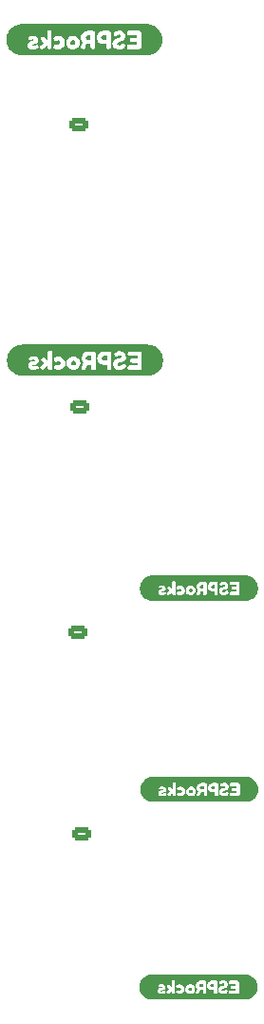
<source format=gbr>
%TF.GenerationSoftware,KiCad,Pcbnew,(6.0.1)*%
%TF.CreationDate,2022-11-29T19:46:15+01:00*%
%TF.ProjectId,ESPRocks,45535052-6f63-46b7-932e-6b696361645f,rev?*%
%TF.SameCoordinates,Original*%
%TF.FileFunction,Legend,Bot*%
%TF.FilePolarity,Positive*%
%FSLAX46Y46*%
G04 Gerber Fmt 4.6, Leading zero omitted, Abs format (unit mm)*
G04 Created by KiCad (PCBNEW (6.0.1)) date 2022-11-29 19:46:15*
%MOMM*%
%LPD*%
G01*
G04 APERTURE LIST*
G04 Aperture macros list*
%AMRoundRect*
0 Rectangle with rounded corners*
0 $1 Rounding radius*
0 $2 $3 $4 $5 $6 $7 $8 $9 X,Y pos of 4 corners*
0 Add a 4 corners polygon primitive as box body*
4,1,4,$2,$3,$4,$5,$6,$7,$8,$9,$2,$3,0*
0 Add four circle primitives for the rounded corners*
1,1,$1+$1,$2,$3*
1,1,$1+$1,$4,$5*
1,1,$1+$1,$6,$7*
1,1,$1+$1,$8,$9*
0 Add four rect primitives between the rounded corners*
20,1,$1+$1,$2,$3,$4,$5,0*
20,1,$1+$1,$4,$5,$6,$7,0*
20,1,$1+$1,$6,$7,$8,$9,0*
20,1,$1+$1,$8,$9,$2,$3,0*%
G04 Aperture macros list end*
%ADD10R,1.700000X1.700000*%
%ADD11O,1.700000X1.700000*%
%ADD12O,1.750000X1.200000*%
%ADD13RoundRect,0.250000X-0.625000X0.350000X-0.625000X-0.350000X0.625000X-0.350000X0.625000X0.350000X0*%
G04 APERTURE END LIST*
%TO.C,kibuzzard-633DF0B5*%
G36*
X88116569Y-144785556D02*
G01*
X87916544Y-144785556D01*
X87822881Y-144750631D01*
X87776844Y-144645856D01*
X87822881Y-144540287D01*
X87918131Y-144504569D01*
X88116569Y-144504569D01*
X88116569Y-144785556D01*
G37*
G36*
X90959844Y-143649745D02*
G01*
X91070093Y-143666099D01*
X91178207Y-143693180D01*
X91283147Y-143730728D01*
X91383901Y-143778381D01*
X91479498Y-143835680D01*
X91569020Y-143902074D01*
X91651602Y-143976922D01*
X91726450Y-144059504D01*
X91792844Y-144149026D01*
X91850143Y-144244623D01*
X91897796Y-144345377D01*
X91935344Y-144450317D01*
X91962425Y-144558431D01*
X91978779Y-144668680D01*
X91984248Y-144780000D01*
X91978779Y-144891320D01*
X91962425Y-145001569D01*
X91935344Y-145109683D01*
X91897796Y-145214623D01*
X91850143Y-145315377D01*
X91792844Y-145410974D01*
X91726450Y-145500496D01*
X91651602Y-145583078D01*
X91569020Y-145657926D01*
X91479498Y-145724320D01*
X91383901Y-145781619D01*
X91283147Y-145829272D01*
X91178207Y-145866820D01*
X91070093Y-145893901D01*
X90959844Y-145910255D01*
X90848524Y-145915724D01*
X82582676Y-145915724D01*
X82471356Y-145910255D01*
X82361107Y-145893901D01*
X82252993Y-145866820D01*
X82148053Y-145829272D01*
X82047299Y-145781619D01*
X81951702Y-145724320D01*
X81862180Y-145657926D01*
X81779598Y-145583078D01*
X81704750Y-145500496D01*
X81638356Y-145410974D01*
X81581057Y-145315377D01*
X81533404Y-145214623D01*
X81501437Y-145125281D01*
X83095306Y-145125281D01*
X83103045Y-145201680D01*
X83126262Y-145265775D01*
X83212781Y-145352294D01*
X83286247Y-145379634D01*
X83371178Y-145396038D01*
X83467575Y-145401506D01*
X83568381Y-145391628D01*
X83666542Y-145361995D01*
X83762056Y-145312606D01*
X83792219Y-145252281D01*
X83784851Y-145226881D01*
X83855719Y-145226881D01*
X83904931Y-145330069D01*
X84000181Y-145396744D01*
X84097019Y-145350706D01*
X84112894Y-145339594D01*
X84159328Y-145298120D01*
X84225606Y-145234025D01*
X84292678Y-145169533D01*
X84341494Y-145126869D01*
X84341494Y-145249106D01*
X84343875Y-145303875D01*
X84358956Y-145345944D01*
X84399834Y-145376900D01*
X84481194Y-145387219D01*
X84561759Y-145376503D01*
X84603431Y-145344356D01*
X84616925Y-145302288D01*
X84619306Y-145247519D01*
X84619306Y-145218944D01*
X84722494Y-145218944D01*
X84744322Y-145277284D01*
X84809806Y-145331656D01*
X84910612Y-145379281D01*
X85032056Y-145395156D01*
X85129247Y-145383338D01*
X85223967Y-145347884D01*
X85316219Y-145288794D01*
X85375353Y-145229461D01*
X85422581Y-145153063D01*
X85453537Y-145063766D01*
X85463605Y-144968119D01*
X85543231Y-144968119D01*
X85560297Y-145092539D01*
X85611494Y-145202275D01*
X85687098Y-145291175D01*
X85777387Y-145353088D01*
X85876805Y-145389402D01*
X85979794Y-145401506D01*
X86082981Y-145388608D01*
X86182994Y-145349913D01*
X86273680Y-145286016D01*
X86284809Y-145272919D01*
X86479856Y-145272919D01*
X86504462Y-145328481D01*
X86578281Y-145374519D01*
X86660037Y-145396744D01*
X86710837Y-145381663D01*
X86740206Y-145350706D01*
X86761020Y-145305374D01*
X86802295Y-145209595D01*
X86864031Y-145063369D01*
X86913244Y-145066544D01*
X87113269Y-145066544D01*
X87113269Y-145245931D01*
X87115650Y-145300700D01*
X87130731Y-145342769D01*
X87172800Y-145374916D01*
X87254556Y-145385631D01*
X87342663Y-145370947D01*
X87384731Y-145326894D01*
X87394256Y-145244344D01*
X87394256Y-144645856D01*
X87497444Y-144645856D01*
X87507763Y-144744083D01*
X87538719Y-144832388D01*
X87585947Y-144907198D01*
X87645081Y-144964944D01*
X87733981Y-145021388D01*
X87824998Y-145055255D01*
X87918131Y-145066544D01*
X88116569Y-145066544D01*
X88116569Y-145245931D01*
X88118950Y-145300700D01*
X88134031Y-145342769D01*
X88176100Y-145374916D01*
X88257856Y-145385631D01*
X88345963Y-145370947D01*
X88388031Y-145326894D01*
X88397556Y-145244344D01*
X88397556Y-145015744D01*
X88500744Y-145015744D01*
X88511063Y-145112780D01*
X88542019Y-145197513D01*
X88589644Y-145267164D01*
X88649969Y-145318956D01*
X88737634Y-145365699D01*
X88829180Y-145393745D01*
X88924606Y-145403094D01*
X88997234Y-145398530D01*
X89065894Y-145384838D01*
X89173844Y-145339594D01*
X89245281Y-145289588D01*
X89285281Y-145247519D01*
X89426256Y-145247519D01*
X89440941Y-145335625D01*
X89484994Y-145377694D01*
X89567544Y-145387219D01*
X90196194Y-145387219D01*
X90284300Y-145372138D01*
X90326369Y-145326894D01*
X90335894Y-145245931D01*
X90335894Y-144363281D01*
X90305731Y-144252950D01*
X90191431Y-144223581D01*
X89565956Y-144223581D01*
X89511188Y-144225962D01*
X89469119Y-144241044D01*
X89436972Y-144283112D01*
X89426256Y-144364869D01*
X89440941Y-144452975D01*
X89484994Y-144495044D01*
X89567544Y-144504569D01*
X90054906Y-144504569D01*
X90054906Y-144664906D01*
X89740581Y-144664906D01*
X89685813Y-144667287D01*
X89643744Y-144682369D01*
X89611597Y-144724437D01*
X89600881Y-144806194D01*
X89615963Y-144894300D01*
X89661206Y-144936369D01*
X89743756Y-144945894D01*
X90054906Y-144945894D01*
X90054906Y-145106231D01*
X89565956Y-145106231D01*
X89511188Y-145108613D01*
X89469119Y-145123694D01*
X89436972Y-145165763D01*
X89426256Y-145247519D01*
X89285281Y-145247519D01*
X89291319Y-145241169D01*
X89305606Y-145223706D01*
X89346881Y-145132425D01*
X89329816Y-145085395D01*
X89278619Y-145025269D01*
X89194481Y-144987169D01*
X89141300Y-145007013D01*
X89070656Y-145066544D01*
X89007156Y-145118138D01*
X88930956Y-145142744D01*
X88848935Y-145129338D01*
X88799723Y-145089122D01*
X88783319Y-145022094D01*
X88823800Y-144960975D01*
X88924606Y-144925256D01*
X88987313Y-144910770D01*
X89054781Y-144889538D01*
X89122250Y-144862748D01*
X89184956Y-144831594D01*
X89240320Y-144788533D01*
X89285763Y-144726025D01*
X89316123Y-144646452D01*
X89326244Y-144552194D01*
X89314690Y-144463029D01*
X89280030Y-144381802D01*
X89222263Y-144308512D01*
X89144563Y-144250745D01*
X89050107Y-144216085D01*
X88938894Y-144204531D01*
X88847811Y-144210683D01*
X88765063Y-144229137D01*
X88656319Y-144279144D01*
X88616631Y-144309306D01*
X88567419Y-144387094D01*
X88605519Y-144474406D01*
X88660288Y-144533937D01*
X88716644Y-144553781D01*
X88799194Y-144522031D01*
X88817450Y-144506156D01*
X88842056Y-144485519D01*
X88926988Y-144464881D01*
X89012713Y-144489487D01*
X89046844Y-144557750D01*
X89006363Y-144628394D01*
X88905556Y-144664906D01*
X88842453Y-144677011D01*
X88773794Y-144694275D01*
X88705134Y-144716302D01*
X88642031Y-144742694D01*
X88586667Y-144781786D01*
X88541225Y-144841913D01*
X88510864Y-144920692D01*
X88500744Y-145015744D01*
X88397556Y-145015744D01*
X88397556Y-144363281D01*
X88395175Y-144308512D01*
X88380094Y-144266444D01*
X88338025Y-144234297D01*
X88256269Y-144223581D01*
X87916544Y-144223581D01*
X87824292Y-144234870D01*
X87733805Y-144268737D01*
X87645081Y-144325181D01*
X87585947Y-144383125D01*
X87538719Y-144458531D01*
X87507763Y-144547431D01*
X87497444Y-144645856D01*
X87394256Y-144645856D01*
X87394256Y-144363281D01*
X87391875Y-144308512D01*
X87376794Y-144266444D01*
X87334725Y-144234297D01*
X87252969Y-144223581D01*
X86910069Y-144223581D01*
X86817817Y-144234870D01*
X86727330Y-144268737D01*
X86638606Y-144325181D01*
X86580662Y-144383125D01*
X86533831Y-144458531D01*
X86502875Y-144547431D01*
X86492556Y-144645856D01*
X86505785Y-144758392D01*
X86545473Y-144856817D01*
X86611619Y-144941131D01*
X86584102Y-145006219D01*
X86548119Y-145089298D01*
X86503669Y-145190369D01*
X86479856Y-145272919D01*
X86284809Y-145272919D01*
X86348887Y-145197513D01*
X86399489Y-145090158D01*
X86416356Y-144969706D01*
X86401540Y-144850115D01*
X86357090Y-144745340D01*
X86283006Y-144655381D01*
X86189873Y-144586590D01*
X86088273Y-144545315D01*
X85978206Y-144531556D01*
X85868316Y-144545226D01*
X85767245Y-144586237D01*
X85674994Y-144654587D01*
X85601792Y-144744105D01*
X85557872Y-144848615D01*
X85543231Y-144968119D01*
X85463605Y-144968119D01*
X85463856Y-144965738D01*
X85453537Y-144868106D01*
X85422581Y-144780000D01*
X85375353Y-144704792D01*
X85316219Y-144645856D01*
X85226437Y-144587648D01*
X85132774Y-144552723D01*
X85035231Y-144541081D01*
X84917756Y-144557750D01*
X84833619Y-144590294D01*
X84808219Y-144606169D01*
X84763769Y-144636331D01*
X84722494Y-144708562D01*
X84755831Y-144799844D01*
X84811791Y-144865328D01*
X84865369Y-144887156D01*
X84951094Y-144852231D01*
X85032850Y-144825244D01*
X85132069Y-144863344D01*
X85178106Y-144968913D01*
X85133656Y-145073688D01*
X85039200Y-145110994D01*
X84945537Y-145081625D01*
X84874894Y-145052256D01*
X84822109Y-145073291D01*
X84759006Y-145136394D01*
X84722494Y-145218944D01*
X84619306Y-145218944D01*
X84619306Y-144296606D01*
X84616925Y-144241837D01*
X84603431Y-144199769D01*
X84561362Y-144167622D01*
X84479606Y-144156906D01*
X84371656Y-144183894D01*
X84343081Y-144253744D01*
X84341494Y-144298194D01*
X84341494Y-144801431D01*
X84254975Y-144720469D01*
X84168456Y-144639506D01*
X84149406Y-144626806D01*
X84054156Y-144583944D01*
X83962875Y-144648237D01*
X83911281Y-144749044D01*
X83970019Y-144834769D01*
X84127181Y-144968119D01*
X83916044Y-145142744D01*
X83866037Y-145193544D01*
X83855719Y-145226881D01*
X83784851Y-145226881D01*
X83777137Y-145200291D01*
X83731894Y-145126869D01*
X83675537Y-145099881D01*
X83569969Y-145138775D01*
X83449319Y-145177669D01*
X83376691Y-145168144D01*
X83352481Y-145139569D01*
X83379072Y-145113375D01*
X83458844Y-145095119D01*
X83558459Y-145069322D01*
X83657281Y-145020506D01*
X83733481Y-144930813D01*
X83756103Y-144863939D01*
X83763644Y-144785556D01*
X83749864Y-144695259D01*
X83708526Y-144625028D01*
X83639628Y-144574863D01*
X83543172Y-144544764D01*
X83419156Y-144534731D01*
X83304856Y-144548225D01*
X83187381Y-144588706D01*
X83131819Y-144652206D01*
X83166744Y-144745869D01*
X83238181Y-144801431D01*
X83308825Y-144777619D01*
X83420744Y-144753806D01*
X83514406Y-144788731D01*
X83487419Y-144828022D01*
X83406456Y-144850644D01*
X83303269Y-144871281D01*
X83203256Y-144910969D01*
X83126262Y-144987963D01*
X83103045Y-145049677D01*
X83095306Y-145125281D01*
X81501437Y-145125281D01*
X81495856Y-145109683D01*
X81468775Y-145001569D01*
X81452421Y-144891320D01*
X81446952Y-144780000D01*
X81452421Y-144668680D01*
X81468775Y-144558431D01*
X81495856Y-144450317D01*
X81533404Y-144345377D01*
X81581057Y-144244623D01*
X81638356Y-144149026D01*
X81704750Y-144059504D01*
X81779598Y-143976922D01*
X81862180Y-143902074D01*
X81951702Y-143835680D01*
X82047299Y-143778381D01*
X82148053Y-143730728D01*
X82252993Y-143693180D01*
X82361107Y-143666099D01*
X82471356Y-143649745D01*
X82582676Y-143644276D01*
X90848524Y-143644276D01*
X90959844Y-143649745D01*
G37*
G36*
X86086156Y-144850644D02*
G01*
X86123066Y-144899658D01*
X86135369Y-144967325D01*
X86122669Y-145034794D01*
X86084569Y-145083213D01*
X85981381Y-145122106D01*
X85876606Y-145082419D01*
X85837316Y-145033206D01*
X85824219Y-144964944D01*
X85836522Y-144897078D01*
X85873431Y-144849056D01*
X85979794Y-144810956D01*
X86086156Y-144850644D01*
G37*
G36*
X87113269Y-144785556D02*
G01*
X86910069Y-144785556D01*
X86817994Y-144750631D01*
X86771956Y-144645856D01*
X86817994Y-144540287D01*
X86913244Y-144504569D01*
X87113269Y-144504569D01*
X87113269Y-144785556D01*
G37*
%TO.C,kibuzzard-633DF18E*%
G36*
X82323592Y-87597908D02*
G01*
X82458034Y-87617850D01*
X82589875Y-87650875D01*
X82717843Y-87696663D01*
X82840708Y-87754773D01*
X82957285Y-87824647D01*
X83066452Y-87905610D01*
X83167157Y-87996884D01*
X83258431Y-88097590D01*
X83339395Y-88206757D01*
X83409268Y-88323334D01*
X83467379Y-88446198D01*
X83513167Y-88574167D01*
X83546191Y-88706007D01*
X83566134Y-88840450D01*
X83572803Y-88976200D01*
X83566134Y-89111950D01*
X83546191Y-89246393D01*
X83513167Y-89378233D01*
X83467379Y-89506202D01*
X83409268Y-89629066D01*
X83339395Y-89745643D01*
X83258431Y-89854810D01*
X83167157Y-89955516D01*
X83066452Y-90046790D01*
X82957285Y-90127753D01*
X82840708Y-90197627D01*
X82717843Y-90255737D01*
X82589875Y-90301525D01*
X82458034Y-90334550D01*
X82323592Y-90354492D01*
X82187842Y-90361161D01*
X71025759Y-90361161D01*
X70890009Y-90354492D01*
X70755566Y-90334550D01*
X70623726Y-90301525D01*
X70495757Y-90255738D01*
X70372892Y-90197627D01*
X70256315Y-90127753D01*
X70147148Y-90046790D01*
X70046443Y-89955516D01*
X69955169Y-89854810D01*
X69874205Y-89745643D01*
X69804332Y-89629066D01*
X69746221Y-89506202D01*
X69729544Y-89459594D01*
X71538389Y-89459594D01*
X71549224Y-89566552D01*
X71581728Y-89656285D01*
X71702854Y-89777411D01*
X71805706Y-89815688D01*
X71924610Y-89838653D01*
X72059565Y-89846309D01*
X72200694Y-89832480D01*
X72338118Y-89790993D01*
X72471839Y-89721849D01*
X72514066Y-89637394D01*
X72503751Y-89601834D01*
X72602966Y-89601834D01*
X72671864Y-89746296D01*
X72805214Y-89839641D01*
X72940786Y-89775189D01*
X72963011Y-89759631D01*
X73028019Y-89701568D01*
X73120809Y-89611835D01*
X73214709Y-89521546D01*
X73283051Y-89461816D01*
X73283051Y-89632949D01*
X73286385Y-89709625D01*
X73307499Y-89768521D01*
X73364728Y-89811860D01*
X73478631Y-89826306D01*
X73591423Y-89811304D01*
X73649764Y-89766299D01*
X73668655Y-89707403D01*
X73671989Y-89630726D01*
X73671989Y-89590721D01*
X73816451Y-89590721D01*
X73847011Y-89672398D01*
X73938689Y-89748519D01*
X74079818Y-89815194D01*
X74249839Y-89837419D01*
X74385905Y-89820873D01*
X74518514Y-89771238D01*
X74647666Y-89688511D01*
X74730454Y-89605445D01*
X74796574Y-89498488D01*
X74839913Y-89373472D01*
X74854008Y-89239566D01*
X74965484Y-89239566D01*
X74989376Y-89413755D01*
X75061051Y-89567385D01*
X75166898Y-89691845D01*
X75293303Y-89778523D01*
X75432487Y-89829362D01*
X75576671Y-89846309D01*
X75721134Y-89828251D01*
X75861151Y-89774078D01*
X75988112Y-89684622D01*
X76003694Y-89666286D01*
X76276759Y-89666286D01*
X76311208Y-89744074D01*
X76414554Y-89808526D01*
X76529013Y-89839641D01*
X76600133Y-89818528D01*
X76641249Y-89775189D01*
X76670388Y-89711724D01*
X76728173Y-89577633D01*
X76814604Y-89372916D01*
X76883501Y-89377361D01*
X77163536Y-89377361D01*
X77163536Y-89628504D01*
X77166870Y-89705180D01*
X77187984Y-89764076D01*
X77246880Y-89809082D01*
X77361339Y-89824084D01*
X77484688Y-89803526D01*
X77543584Y-89741851D01*
X77556919Y-89626281D01*
X77556919Y-88788399D01*
X77701381Y-88788399D01*
X77715828Y-88925916D01*
X77759166Y-89049543D01*
X77825286Y-89154278D01*
X77908074Y-89235121D01*
X78032534Y-89314143D01*
X78159957Y-89361557D01*
X78290344Y-89377361D01*
X78568156Y-89377361D01*
X78568156Y-89628504D01*
X78571490Y-89705180D01*
X78592604Y-89764076D01*
X78651500Y-89809082D01*
X78765959Y-89824084D01*
X78889308Y-89803526D01*
X78948204Y-89741851D01*
X78961539Y-89626281D01*
X78961539Y-89306241D01*
X79106001Y-89306241D01*
X79120448Y-89442092D01*
X79163786Y-89560718D01*
X79230461Y-89658230D01*
X79314916Y-89730739D01*
X79437648Y-89796179D01*
X79565812Y-89835443D01*
X79699409Y-89848531D01*
X79801088Y-89842142D01*
X79897211Y-89822973D01*
X80048341Y-89759631D01*
X80148354Y-89689623D01*
X80204353Y-89630726D01*
X80401719Y-89630726D01*
X80422277Y-89754075D01*
X80483951Y-89812971D01*
X80599521Y-89826306D01*
X81479631Y-89826306D01*
X81602980Y-89805193D01*
X81661876Y-89741851D01*
X81675211Y-89628504D01*
X81675211Y-88392794D01*
X81632984Y-88238330D01*
X81472964Y-88197214D01*
X80597299Y-88197214D01*
X80520623Y-88200547D01*
X80461726Y-88221661D01*
X80416721Y-88280557D01*
X80401719Y-88395016D01*
X80422277Y-88518365D01*
X80483951Y-88577261D01*
X80599521Y-88590596D01*
X81281829Y-88590596D01*
X81281829Y-88815069D01*
X80841774Y-88815069D01*
X80765098Y-88818402D01*
X80706201Y-88839516D01*
X80661196Y-88898412D01*
X80646194Y-89012871D01*
X80667308Y-89136220D01*
X80730649Y-89195116D01*
X80846219Y-89208451D01*
X81281829Y-89208451D01*
X81281829Y-89432924D01*
X80597299Y-89432924D01*
X80520623Y-89436258D01*
X80461726Y-89457371D01*
X80416721Y-89516268D01*
X80401719Y-89630726D01*
X80204353Y-89630726D01*
X80212806Y-89621836D01*
X80232809Y-89597389D01*
X80290594Y-89469595D01*
X80266702Y-89403753D01*
X80195026Y-89319576D01*
X80077234Y-89266236D01*
X80002780Y-89294018D01*
X79903879Y-89377361D01*
X79814979Y-89449593D01*
X79708299Y-89484041D01*
X79593470Y-89465273D01*
X79524572Y-89408970D01*
X79501606Y-89315131D01*
X79558280Y-89229565D01*
X79699409Y-89179559D01*
X79787198Y-89159278D01*
X79881654Y-89129553D01*
X79976110Y-89092048D01*
X80063899Y-89048431D01*
X80141409Y-88988146D01*
X80205028Y-88900635D01*
X80247533Y-88789232D01*
X80261701Y-88657271D01*
X80245526Y-88532441D01*
X80197002Y-88418723D01*
X80116128Y-88316117D01*
X80007349Y-88235243D01*
X79875110Y-88186719D01*
X79719411Y-88170544D01*
X79591895Y-88179156D01*
X79476048Y-88204992D01*
X79323806Y-88275001D01*
X79268244Y-88317229D01*
X79199346Y-88426131D01*
X79252686Y-88548369D01*
X79329363Y-88631712D01*
X79408261Y-88659494D01*
X79523831Y-88615044D01*
X79549390Y-88592819D01*
X79583839Y-88563926D01*
X79702743Y-88535034D01*
X79822758Y-88569482D01*
X79870541Y-88665050D01*
X79813868Y-88763951D01*
X79672739Y-88815069D01*
X79584394Y-88832015D01*
X79488271Y-88856185D01*
X79392148Y-88887022D01*
X79303804Y-88923971D01*
X79226294Y-88978700D01*
X79162675Y-89062878D01*
X79120170Y-89173169D01*
X79106001Y-89306241D01*
X78961539Y-89306241D01*
X78961539Y-88392794D01*
X78958205Y-88316117D01*
X78937091Y-88257221D01*
X78878195Y-88212216D01*
X78763736Y-88197214D01*
X78288121Y-88197214D01*
X78158969Y-88213018D01*
X78032287Y-88260432D01*
X77908074Y-88339454D01*
X77825286Y-88420575D01*
X77759166Y-88526144D01*
X77715828Y-88650604D01*
X77701381Y-88788399D01*
X77556919Y-88788399D01*
X77556919Y-88392794D01*
X77553585Y-88316117D01*
X77532471Y-88257221D01*
X77473575Y-88212216D01*
X77359116Y-88197214D01*
X76879056Y-88197214D01*
X76749904Y-88213018D01*
X76623222Y-88260432D01*
X76499009Y-88339454D01*
X76417888Y-88420575D01*
X76352324Y-88526144D01*
X76308985Y-88650604D01*
X76294539Y-88788399D01*
X76313060Y-88945949D01*
X76368622Y-89083744D01*
X76461226Y-89201784D01*
X76422703Y-89292906D01*
X76372326Y-89409217D01*
X76310096Y-89550716D01*
X76276759Y-89666286D01*
X76003694Y-89666286D01*
X76093403Y-89560718D01*
X76164245Y-89410421D01*
X76187859Y-89241789D01*
X76167116Y-89074360D01*
X76104886Y-88927675D01*
X76001169Y-88801734D01*
X75870782Y-88705425D01*
X75728542Y-88647640D01*
X75574449Y-88628379D01*
X75420602Y-88647517D01*
X75279103Y-88704932D01*
X75149951Y-88800622D01*
X75047469Y-88925947D01*
X74985980Y-89072261D01*
X74965484Y-89239566D01*
X74854008Y-89239566D01*
X74854359Y-89236233D01*
X74839913Y-89099549D01*
X74796574Y-88976200D01*
X74730454Y-88870909D01*
X74647666Y-88788399D01*
X74521972Y-88706907D01*
X74390844Y-88658012D01*
X74254284Y-88641714D01*
X74089819Y-88665050D01*
X73972026Y-88710611D01*
X73936466Y-88732836D01*
X73874236Y-88775064D01*
X73816451Y-88876187D01*
X73863124Y-89003981D01*
X73941467Y-89095659D01*
X74016476Y-89126219D01*
X74136491Y-89077324D01*
X74250950Y-89039541D01*
X74389856Y-89092881D01*
X74454309Y-89240678D01*
X74392079Y-89387363D01*
X74259840Y-89439591D01*
X74128713Y-89398475D01*
X74029811Y-89357359D01*
X73955913Y-89386807D01*
X73867569Y-89475151D01*
X73816451Y-89590721D01*
X73671989Y-89590721D01*
X73671989Y-88299449D01*
X73668655Y-88222772D01*
X73649764Y-88163876D01*
X73590868Y-88118871D01*
X73476409Y-88103869D01*
X73325279Y-88141651D01*
X73285274Y-88239441D01*
X73283051Y-88301671D01*
X73283051Y-89006204D01*
X73161925Y-88892856D01*
X73040799Y-88779509D01*
X73014129Y-88761729D01*
X72880779Y-88701721D01*
X72752985Y-88791732D01*
X72680754Y-88932861D01*
X72762986Y-89052876D01*
X72983014Y-89239566D01*
X72687421Y-89484041D01*
X72617413Y-89555161D01*
X72602966Y-89601834D01*
X72503751Y-89601834D01*
X72492953Y-89564607D01*
X72429611Y-89461816D01*
X72350713Y-89424034D01*
X72202916Y-89478485D01*
X72034006Y-89532936D01*
X71932327Y-89519601D01*
X71898434Y-89479596D01*
X71935661Y-89442925D01*
X72047341Y-89417366D01*
X72186803Y-89381251D01*
X72325154Y-89312909D01*
X72431834Y-89187338D01*
X72463504Y-89093715D01*
X72474061Y-88983979D01*
X72454770Y-88857563D01*
X72396896Y-88759240D01*
X72300440Y-88689009D01*
X72165401Y-88646870D01*
X71991779Y-88632824D01*
X71831759Y-88651715D01*
X71667294Y-88708389D01*
X71589506Y-88797289D01*
X71638401Y-88928416D01*
X71738414Y-89006204D01*
X71837315Y-88972866D01*
X71994001Y-88939529D01*
X72125129Y-88988424D01*
X72087346Y-89043431D01*
X71973999Y-89075101D01*
X71829536Y-89103994D01*
X71689519Y-89159556D01*
X71581728Y-89267348D01*
X71549224Y-89353747D01*
X71538389Y-89459594D01*
X69729544Y-89459594D01*
X69700433Y-89378233D01*
X69667409Y-89246393D01*
X69647466Y-89111950D01*
X69640797Y-88976200D01*
X69647466Y-88840450D01*
X69667409Y-88706007D01*
X69700433Y-88574167D01*
X69746221Y-88446198D01*
X69804332Y-88323334D01*
X69874205Y-88206757D01*
X69955169Y-88097590D01*
X70046443Y-87996884D01*
X70147148Y-87905610D01*
X70256315Y-87824647D01*
X70372892Y-87754773D01*
X70495757Y-87696662D01*
X70623726Y-87650875D01*
X70755566Y-87617850D01*
X70890009Y-87597908D01*
X71025759Y-87591239D01*
X82187842Y-87591239D01*
X82323592Y-87597908D01*
G37*
G36*
X75725579Y-89075101D02*
G01*
X75777252Y-89143721D01*
X75794476Y-89238455D01*
X75776696Y-89332911D01*
X75723356Y-89400698D01*
X75578894Y-89455149D01*
X75432209Y-89399586D01*
X75377202Y-89330689D01*
X75358866Y-89235121D01*
X75376091Y-89140109D01*
X75427764Y-89072879D01*
X75576671Y-89019539D01*
X75725579Y-89075101D01*
G37*
G36*
X77163536Y-88983979D02*
G01*
X76879056Y-88983979D01*
X76750151Y-88935084D01*
X76685699Y-88788399D01*
X76750151Y-88640602D01*
X76883501Y-88590596D01*
X77163536Y-88590596D01*
X77163536Y-88983979D01*
G37*
G36*
X78568156Y-88983979D02*
G01*
X78288121Y-88983979D01*
X78156994Y-88935084D01*
X78092541Y-88788399D01*
X78156994Y-88640602D01*
X78290344Y-88590596D01*
X78568156Y-88590596D01*
X78568156Y-88983979D01*
G37*
%TO.C,kibuzzard-633DF0B5*%
G36*
X88193169Y-127183356D02*
G01*
X87993144Y-127183356D01*
X87899481Y-127148431D01*
X87853444Y-127043656D01*
X87899481Y-126938087D01*
X87994731Y-126902369D01*
X88193169Y-126902369D01*
X88193169Y-127183356D01*
G37*
G36*
X91036444Y-126047545D02*
G01*
X91146693Y-126063899D01*
X91254807Y-126090980D01*
X91359747Y-126128528D01*
X91460501Y-126176181D01*
X91556098Y-126233480D01*
X91645620Y-126299874D01*
X91728202Y-126374722D01*
X91803050Y-126457304D01*
X91869444Y-126546826D01*
X91926743Y-126642423D01*
X91974396Y-126743177D01*
X92011944Y-126848117D01*
X92039025Y-126956231D01*
X92055379Y-127066480D01*
X92060848Y-127177800D01*
X92055379Y-127289120D01*
X92039025Y-127399369D01*
X92011944Y-127507483D01*
X91974396Y-127612423D01*
X91926743Y-127713177D01*
X91869444Y-127808774D01*
X91803050Y-127898296D01*
X91728202Y-127980878D01*
X91645620Y-128055726D01*
X91556098Y-128122120D01*
X91460501Y-128179419D01*
X91359747Y-128227072D01*
X91254807Y-128264620D01*
X91146693Y-128291701D01*
X91036444Y-128308055D01*
X90925124Y-128313524D01*
X82659276Y-128313524D01*
X82547956Y-128308055D01*
X82437707Y-128291701D01*
X82329593Y-128264620D01*
X82224653Y-128227072D01*
X82123899Y-128179419D01*
X82028302Y-128122120D01*
X81938780Y-128055726D01*
X81856198Y-127980878D01*
X81781350Y-127898296D01*
X81714956Y-127808774D01*
X81657657Y-127713177D01*
X81610004Y-127612423D01*
X81578037Y-127523081D01*
X83171906Y-127523081D01*
X83179645Y-127599480D01*
X83202862Y-127663575D01*
X83289381Y-127750094D01*
X83362847Y-127777434D01*
X83447778Y-127793838D01*
X83544175Y-127799306D01*
X83644981Y-127789428D01*
X83743142Y-127759795D01*
X83838656Y-127710406D01*
X83868819Y-127650081D01*
X83861451Y-127624681D01*
X83932319Y-127624681D01*
X83981531Y-127727869D01*
X84076781Y-127794544D01*
X84173619Y-127748506D01*
X84189494Y-127737394D01*
X84235928Y-127695920D01*
X84302206Y-127631825D01*
X84369278Y-127567333D01*
X84418094Y-127524669D01*
X84418094Y-127646906D01*
X84420475Y-127701675D01*
X84435556Y-127743744D01*
X84476434Y-127774700D01*
X84557794Y-127785019D01*
X84638359Y-127774303D01*
X84680031Y-127742156D01*
X84693525Y-127700088D01*
X84695906Y-127645319D01*
X84695906Y-127616744D01*
X84799094Y-127616744D01*
X84820922Y-127675084D01*
X84886406Y-127729456D01*
X84987212Y-127777081D01*
X85108656Y-127792956D01*
X85205847Y-127781138D01*
X85300567Y-127745684D01*
X85392819Y-127686594D01*
X85451953Y-127627261D01*
X85499181Y-127550863D01*
X85530137Y-127461566D01*
X85540205Y-127365919D01*
X85619831Y-127365919D01*
X85636897Y-127490339D01*
X85688094Y-127600075D01*
X85763698Y-127688975D01*
X85853987Y-127750888D01*
X85953405Y-127787202D01*
X86056394Y-127799306D01*
X86159581Y-127786408D01*
X86259594Y-127747713D01*
X86350280Y-127683816D01*
X86361409Y-127670719D01*
X86556456Y-127670719D01*
X86581062Y-127726281D01*
X86654881Y-127772319D01*
X86736637Y-127794544D01*
X86787437Y-127779463D01*
X86816806Y-127748506D01*
X86837620Y-127703174D01*
X86878895Y-127607395D01*
X86940631Y-127461169D01*
X86989844Y-127464344D01*
X87189869Y-127464344D01*
X87189869Y-127643731D01*
X87192250Y-127698500D01*
X87207331Y-127740569D01*
X87249400Y-127772716D01*
X87331156Y-127783431D01*
X87419263Y-127768747D01*
X87461331Y-127724694D01*
X87470856Y-127642144D01*
X87470856Y-127043656D01*
X87574044Y-127043656D01*
X87584363Y-127141883D01*
X87615319Y-127230188D01*
X87662547Y-127304998D01*
X87721681Y-127362744D01*
X87810581Y-127419188D01*
X87901598Y-127453055D01*
X87994731Y-127464344D01*
X88193169Y-127464344D01*
X88193169Y-127643731D01*
X88195550Y-127698500D01*
X88210631Y-127740569D01*
X88252700Y-127772716D01*
X88334456Y-127783431D01*
X88422563Y-127768747D01*
X88464631Y-127724694D01*
X88474156Y-127642144D01*
X88474156Y-127413544D01*
X88577344Y-127413544D01*
X88587663Y-127510580D01*
X88618619Y-127595313D01*
X88666244Y-127664964D01*
X88726569Y-127716756D01*
X88814234Y-127763499D01*
X88905780Y-127791545D01*
X89001206Y-127800894D01*
X89073834Y-127796330D01*
X89142494Y-127782638D01*
X89250444Y-127737394D01*
X89321881Y-127687388D01*
X89361881Y-127645319D01*
X89502856Y-127645319D01*
X89517541Y-127733425D01*
X89561594Y-127775494D01*
X89644144Y-127785019D01*
X90272794Y-127785019D01*
X90360900Y-127769938D01*
X90402969Y-127724694D01*
X90412494Y-127643731D01*
X90412494Y-126761081D01*
X90382331Y-126650750D01*
X90268031Y-126621381D01*
X89642556Y-126621381D01*
X89587788Y-126623762D01*
X89545719Y-126638844D01*
X89513572Y-126680912D01*
X89502856Y-126762669D01*
X89517541Y-126850775D01*
X89561594Y-126892844D01*
X89644144Y-126902369D01*
X90131506Y-126902369D01*
X90131506Y-127062706D01*
X89817181Y-127062706D01*
X89762413Y-127065087D01*
X89720344Y-127080169D01*
X89688197Y-127122237D01*
X89677481Y-127203994D01*
X89692563Y-127292100D01*
X89737806Y-127334169D01*
X89820356Y-127343694D01*
X90131506Y-127343694D01*
X90131506Y-127504031D01*
X89642556Y-127504031D01*
X89587788Y-127506413D01*
X89545719Y-127521494D01*
X89513572Y-127563563D01*
X89502856Y-127645319D01*
X89361881Y-127645319D01*
X89367919Y-127638969D01*
X89382206Y-127621506D01*
X89423481Y-127530225D01*
X89406416Y-127483195D01*
X89355219Y-127423069D01*
X89271081Y-127384969D01*
X89217900Y-127404813D01*
X89147256Y-127464344D01*
X89083756Y-127515938D01*
X89007556Y-127540544D01*
X88925535Y-127527138D01*
X88876323Y-127486922D01*
X88859919Y-127419894D01*
X88900400Y-127358775D01*
X89001206Y-127323056D01*
X89063913Y-127308570D01*
X89131381Y-127287338D01*
X89198850Y-127260548D01*
X89261556Y-127229394D01*
X89316920Y-127186333D01*
X89362363Y-127123825D01*
X89392723Y-127044252D01*
X89402844Y-126949994D01*
X89391290Y-126860829D01*
X89356630Y-126779602D01*
X89298863Y-126706312D01*
X89221163Y-126648545D01*
X89126707Y-126613885D01*
X89015494Y-126602331D01*
X88924411Y-126608483D01*
X88841663Y-126626937D01*
X88732919Y-126676944D01*
X88693231Y-126707106D01*
X88644019Y-126784894D01*
X88682119Y-126872206D01*
X88736888Y-126931737D01*
X88793244Y-126951581D01*
X88875794Y-126919831D01*
X88894050Y-126903956D01*
X88918656Y-126883319D01*
X89003588Y-126862681D01*
X89089313Y-126887287D01*
X89123444Y-126955550D01*
X89082963Y-127026194D01*
X88982156Y-127062706D01*
X88919053Y-127074811D01*
X88850394Y-127092075D01*
X88781734Y-127114102D01*
X88718631Y-127140494D01*
X88663267Y-127179586D01*
X88617825Y-127239713D01*
X88587464Y-127318492D01*
X88577344Y-127413544D01*
X88474156Y-127413544D01*
X88474156Y-126761081D01*
X88471775Y-126706312D01*
X88456694Y-126664244D01*
X88414625Y-126632097D01*
X88332869Y-126621381D01*
X87993144Y-126621381D01*
X87900892Y-126632670D01*
X87810405Y-126666537D01*
X87721681Y-126722981D01*
X87662547Y-126780925D01*
X87615319Y-126856331D01*
X87584363Y-126945231D01*
X87574044Y-127043656D01*
X87470856Y-127043656D01*
X87470856Y-126761081D01*
X87468475Y-126706312D01*
X87453394Y-126664244D01*
X87411325Y-126632097D01*
X87329569Y-126621381D01*
X86986669Y-126621381D01*
X86894417Y-126632670D01*
X86803930Y-126666537D01*
X86715206Y-126722981D01*
X86657262Y-126780925D01*
X86610431Y-126856331D01*
X86579475Y-126945231D01*
X86569156Y-127043656D01*
X86582385Y-127156192D01*
X86622073Y-127254617D01*
X86688219Y-127338931D01*
X86660702Y-127404019D01*
X86624719Y-127487098D01*
X86580269Y-127588169D01*
X86556456Y-127670719D01*
X86361409Y-127670719D01*
X86425487Y-127595313D01*
X86476089Y-127487958D01*
X86492956Y-127367506D01*
X86478140Y-127247915D01*
X86433690Y-127143140D01*
X86359606Y-127053181D01*
X86266473Y-126984390D01*
X86164873Y-126943115D01*
X86054806Y-126929356D01*
X85944916Y-126943026D01*
X85843845Y-126984037D01*
X85751594Y-127052387D01*
X85678392Y-127141905D01*
X85634472Y-127246415D01*
X85619831Y-127365919D01*
X85540205Y-127365919D01*
X85540456Y-127363538D01*
X85530137Y-127265906D01*
X85499181Y-127177800D01*
X85451953Y-127102592D01*
X85392819Y-127043656D01*
X85303037Y-126985448D01*
X85209374Y-126950523D01*
X85111831Y-126938881D01*
X84994356Y-126955550D01*
X84910219Y-126988094D01*
X84884819Y-127003969D01*
X84840369Y-127034131D01*
X84799094Y-127106362D01*
X84832431Y-127197644D01*
X84888391Y-127263128D01*
X84941969Y-127284956D01*
X85027694Y-127250031D01*
X85109450Y-127223044D01*
X85208669Y-127261144D01*
X85254706Y-127366713D01*
X85210256Y-127471488D01*
X85115800Y-127508794D01*
X85022137Y-127479425D01*
X84951494Y-127450056D01*
X84898709Y-127471091D01*
X84835606Y-127534194D01*
X84799094Y-127616744D01*
X84695906Y-127616744D01*
X84695906Y-126694406D01*
X84693525Y-126639637D01*
X84680031Y-126597569D01*
X84637962Y-126565422D01*
X84556206Y-126554706D01*
X84448256Y-126581694D01*
X84419681Y-126651544D01*
X84418094Y-126695994D01*
X84418094Y-127199231D01*
X84331575Y-127118269D01*
X84245056Y-127037306D01*
X84226006Y-127024606D01*
X84130756Y-126981744D01*
X84039475Y-127046037D01*
X83987881Y-127146844D01*
X84046619Y-127232569D01*
X84203781Y-127365919D01*
X83992644Y-127540544D01*
X83942637Y-127591344D01*
X83932319Y-127624681D01*
X83861451Y-127624681D01*
X83853737Y-127598091D01*
X83808494Y-127524669D01*
X83752137Y-127497681D01*
X83646569Y-127536575D01*
X83525919Y-127575469D01*
X83453291Y-127565944D01*
X83429081Y-127537369D01*
X83455672Y-127511175D01*
X83535444Y-127492919D01*
X83635059Y-127467122D01*
X83733881Y-127418306D01*
X83810081Y-127328613D01*
X83832703Y-127261739D01*
X83840244Y-127183356D01*
X83826464Y-127093059D01*
X83785126Y-127022828D01*
X83716228Y-126972663D01*
X83619772Y-126942564D01*
X83495756Y-126932531D01*
X83381456Y-126946025D01*
X83263981Y-126986506D01*
X83208419Y-127050006D01*
X83243344Y-127143669D01*
X83314781Y-127199231D01*
X83385425Y-127175419D01*
X83497344Y-127151606D01*
X83591006Y-127186531D01*
X83564019Y-127225822D01*
X83483056Y-127248444D01*
X83379869Y-127269081D01*
X83279856Y-127308769D01*
X83202862Y-127385763D01*
X83179645Y-127447477D01*
X83171906Y-127523081D01*
X81578037Y-127523081D01*
X81572456Y-127507483D01*
X81545375Y-127399369D01*
X81529021Y-127289120D01*
X81523552Y-127177800D01*
X81529021Y-127066480D01*
X81545375Y-126956231D01*
X81572456Y-126848117D01*
X81610004Y-126743177D01*
X81657657Y-126642423D01*
X81714956Y-126546826D01*
X81781350Y-126457304D01*
X81856198Y-126374722D01*
X81938780Y-126299874D01*
X82028302Y-126233480D01*
X82123899Y-126176181D01*
X82224653Y-126128528D01*
X82329593Y-126090980D01*
X82437707Y-126063899D01*
X82547956Y-126047545D01*
X82659276Y-126042076D01*
X90925124Y-126042076D01*
X91036444Y-126047545D01*
G37*
G36*
X86162756Y-127248444D02*
G01*
X86199666Y-127297458D01*
X86211969Y-127365125D01*
X86199269Y-127432594D01*
X86161169Y-127481013D01*
X86057981Y-127519906D01*
X85953206Y-127480219D01*
X85913916Y-127431006D01*
X85900819Y-127362744D01*
X85913122Y-127294878D01*
X85950031Y-127246856D01*
X86056394Y-127208756D01*
X86162756Y-127248444D01*
G37*
G36*
X87189869Y-127183356D02*
G01*
X86986669Y-127183356D01*
X86894594Y-127148431D01*
X86848556Y-127043656D01*
X86894594Y-126938087D01*
X86989844Y-126902369D01*
X87189869Y-126902369D01*
X87189869Y-127183356D01*
G37*
%TO.C,kibuzzard-633DF18E*%
G36*
X77112736Y-60434379D02*
G01*
X76828256Y-60434379D01*
X76699351Y-60385484D01*
X76634899Y-60238799D01*
X76699351Y-60091002D01*
X76832701Y-60040996D01*
X77112736Y-60040996D01*
X77112736Y-60434379D01*
G37*
G36*
X78517356Y-60434379D02*
G01*
X78237321Y-60434379D01*
X78106194Y-60385484D01*
X78041741Y-60238799D01*
X78106194Y-60091002D01*
X78239544Y-60040996D01*
X78517356Y-60040996D01*
X78517356Y-60434379D01*
G37*
G36*
X75674779Y-60525501D02*
G01*
X75726452Y-60594121D01*
X75743676Y-60688855D01*
X75725896Y-60783311D01*
X75672556Y-60851098D01*
X75528094Y-60905549D01*
X75381409Y-60849986D01*
X75326402Y-60781089D01*
X75308066Y-60685521D01*
X75325291Y-60590509D01*
X75376964Y-60523279D01*
X75525871Y-60469939D01*
X75674779Y-60525501D01*
G37*
G36*
X82272792Y-59048308D02*
G01*
X82407234Y-59068250D01*
X82539075Y-59101275D01*
X82667043Y-59147063D01*
X82789908Y-59205173D01*
X82906485Y-59275047D01*
X83015652Y-59356010D01*
X83116357Y-59447284D01*
X83207631Y-59547990D01*
X83288595Y-59657157D01*
X83358468Y-59773734D01*
X83416579Y-59896598D01*
X83462367Y-60024567D01*
X83495391Y-60156407D01*
X83515334Y-60290850D01*
X83522003Y-60426600D01*
X83515334Y-60562350D01*
X83495391Y-60696793D01*
X83462367Y-60828633D01*
X83416579Y-60956602D01*
X83358468Y-61079466D01*
X83288595Y-61196043D01*
X83207631Y-61305210D01*
X83116357Y-61405916D01*
X83015652Y-61497190D01*
X82906485Y-61578153D01*
X82789908Y-61648027D01*
X82667043Y-61706137D01*
X82539075Y-61751925D01*
X82407234Y-61784950D01*
X82272792Y-61804892D01*
X82137042Y-61811561D01*
X70974959Y-61811561D01*
X70839209Y-61804892D01*
X70704766Y-61784950D01*
X70572926Y-61751925D01*
X70444957Y-61706138D01*
X70322092Y-61648027D01*
X70205515Y-61578153D01*
X70096348Y-61497190D01*
X69995643Y-61405916D01*
X69904369Y-61305210D01*
X69823405Y-61196043D01*
X69753532Y-61079466D01*
X69695421Y-60956602D01*
X69678744Y-60909994D01*
X71487589Y-60909994D01*
X71498424Y-61016952D01*
X71530928Y-61106685D01*
X71652054Y-61227811D01*
X71754906Y-61266088D01*
X71873810Y-61289053D01*
X72008765Y-61296709D01*
X72149894Y-61282880D01*
X72287318Y-61241393D01*
X72421039Y-61172249D01*
X72463266Y-61087794D01*
X72452951Y-61052234D01*
X72552166Y-61052234D01*
X72621064Y-61196696D01*
X72754414Y-61290041D01*
X72889986Y-61225589D01*
X72912211Y-61210031D01*
X72977219Y-61151968D01*
X73070009Y-61062235D01*
X73163909Y-60971946D01*
X73232251Y-60912216D01*
X73232251Y-61083349D01*
X73235585Y-61160025D01*
X73256699Y-61218921D01*
X73313928Y-61262260D01*
X73427831Y-61276706D01*
X73540623Y-61261704D01*
X73598964Y-61216699D01*
X73617855Y-61157803D01*
X73621189Y-61081126D01*
X73621189Y-61041121D01*
X73765651Y-61041121D01*
X73796211Y-61122798D01*
X73887889Y-61198919D01*
X74029018Y-61265594D01*
X74199039Y-61287819D01*
X74335105Y-61271273D01*
X74467714Y-61221638D01*
X74596866Y-61138911D01*
X74679654Y-61055845D01*
X74745774Y-60948888D01*
X74789113Y-60823872D01*
X74803208Y-60689966D01*
X74914684Y-60689966D01*
X74938576Y-60864155D01*
X75010251Y-61017785D01*
X75116098Y-61142245D01*
X75242503Y-61228923D01*
X75381687Y-61279762D01*
X75525871Y-61296709D01*
X75670334Y-61278651D01*
X75810351Y-61224478D01*
X75937312Y-61135022D01*
X75952894Y-61116686D01*
X76225959Y-61116686D01*
X76260408Y-61194474D01*
X76363754Y-61258926D01*
X76478213Y-61290041D01*
X76549333Y-61268928D01*
X76590449Y-61225589D01*
X76619588Y-61162124D01*
X76677373Y-61028033D01*
X76763804Y-60823316D01*
X76832701Y-60827761D01*
X77112736Y-60827761D01*
X77112736Y-61078904D01*
X77116070Y-61155580D01*
X77137184Y-61214476D01*
X77196080Y-61259482D01*
X77310539Y-61274484D01*
X77433888Y-61253926D01*
X77492784Y-61192251D01*
X77506119Y-61076681D01*
X77506119Y-60238799D01*
X77650581Y-60238799D01*
X77665028Y-60376316D01*
X77708366Y-60499943D01*
X77774486Y-60604678D01*
X77857274Y-60685521D01*
X77981734Y-60764543D01*
X78109157Y-60811957D01*
X78239544Y-60827761D01*
X78517356Y-60827761D01*
X78517356Y-61078904D01*
X78520690Y-61155580D01*
X78541804Y-61214476D01*
X78600700Y-61259482D01*
X78715159Y-61274484D01*
X78838508Y-61253926D01*
X78897404Y-61192251D01*
X78910739Y-61076681D01*
X78910739Y-60756641D01*
X79055201Y-60756641D01*
X79069648Y-60892492D01*
X79112986Y-61011118D01*
X79179661Y-61108630D01*
X79264116Y-61181139D01*
X79386848Y-61246579D01*
X79515012Y-61285843D01*
X79648609Y-61298931D01*
X79750288Y-61292542D01*
X79846411Y-61273373D01*
X79997541Y-61210031D01*
X80097554Y-61140023D01*
X80153553Y-61081126D01*
X80350919Y-61081126D01*
X80371477Y-61204475D01*
X80433151Y-61263371D01*
X80548721Y-61276706D01*
X81428831Y-61276706D01*
X81552180Y-61255593D01*
X81611076Y-61192251D01*
X81624411Y-61078904D01*
X81624411Y-59843194D01*
X81582184Y-59688730D01*
X81422164Y-59647614D01*
X80546499Y-59647614D01*
X80469823Y-59650947D01*
X80410926Y-59672061D01*
X80365921Y-59730957D01*
X80350919Y-59845416D01*
X80371477Y-59968765D01*
X80433151Y-60027661D01*
X80548721Y-60040996D01*
X81231029Y-60040996D01*
X81231029Y-60265469D01*
X80790974Y-60265469D01*
X80714298Y-60268802D01*
X80655401Y-60289916D01*
X80610396Y-60348812D01*
X80595394Y-60463271D01*
X80616508Y-60586620D01*
X80679849Y-60645516D01*
X80795419Y-60658851D01*
X81231029Y-60658851D01*
X81231029Y-60883324D01*
X80546499Y-60883324D01*
X80469823Y-60886658D01*
X80410926Y-60907771D01*
X80365921Y-60966668D01*
X80350919Y-61081126D01*
X80153553Y-61081126D01*
X80162006Y-61072236D01*
X80182009Y-61047789D01*
X80239794Y-60919995D01*
X80215902Y-60854153D01*
X80144226Y-60769976D01*
X80026434Y-60716636D01*
X79951980Y-60744418D01*
X79853079Y-60827761D01*
X79764179Y-60899993D01*
X79657499Y-60934441D01*
X79542670Y-60915673D01*
X79473772Y-60859370D01*
X79450806Y-60765531D01*
X79507480Y-60679965D01*
X79648609Y-60629959D01*
X79736398Y-60609678D01*
X79830854Y-60579953D01*
X79925310Y-60542448D01*
X80013099Y-60498831D01*
X80090609Y-60438546D01*
X80154228Y-60351035D01*
X80196733Y-60239632D01*
X80210901Y-60107671D01*
X80194726Y-59982841D01*
X80146202Y-59869123D01*
X80065328Y-59766517D01*
X79956549Y-59685643D01*
X79824310Y-59637119D01*
X79668611Y-59620944D01*
X79541095Y-59629556D01*
X79425248Y-59655392D01*
X79273006Y-59725401D01*
X79217444Y-59767629D01*
X79148546Y-59876531D01*
X79201886Y-59998769D01*
X79278563Y-60082112D01*
X79357461Y-60109894D01*
X79473031Y-60065444D01*
X79498590Y-60043219D01*
X79533039Y-60014326D01*
X79651943Y-59985434D01*
X79771958Y-60019882D01*
X79819741Y-60115450D01*
X79763068Y-60214351D01*
X79621939Y-60265469D01*
X79533594Y-60282415D01*
X79437471Y-60306585D01*
X79341348Y-60337422D01*
X79253004Y-60374371D01*
X79175494Y-60429100D01*
X79111875Y-60513278D01*
X79069370Y-60623569D01*
X79055201Y-60756641D01*
X78910739Y-60756641D01*
X78910739Y-59843194D01*
X78907405Y-59766517D01*
X78886291Y-59707621D01*
X78827395Y-59662616D01*
X78712936Y-59647614D01*
X78237321Y-59647614D01*
X78108169Y-59663418D01*
X77981487Y-59710832D01*
X77857274Y-59789854D01*
X77774486Y-59870975D01*
X77708366Y-59976544D01*
X77665028Y-60101004D01*
X77650581Y-60238799D01*
X77506119Y-60238799D01*
X77506119Y-59843194D01*
X77502785Y-59766517D01*
X77481671Y-59707621D01*
X77422775Y-59662616D01*
X77308316Y-59647614D01*
X76828256Y-59647614D01*
X76699104Y-59663418D01*
X76572422Y-59710832D01*
X76448209Y-59789854D01*
X76367088Y-59870975D01*
X76301524Y-59976544D01*
X76258185Y-60101004D01*
X76243739Y-60238799D01*
X76262260Y-60396349D01*
X76317822Y-60534144D01*
X76410426Y-60652184D01*
X76371903Y-60743306D01*
X76321526Y-60859617D01*
X76259296Y-61001116D01*
X76225959Y-61116686D01*
X75952894Y-61116686D01*
X76042603Y-61011118D01*
X76113445Y-60860821D01*
X76137059Y-60692189D01*
X76116316Y-60524760D01*
X76054086Y-60378075D01*
X75950369Y-60252134D01*
X75819982Y-60155825D01*
X75677742Y-60098040D01*
X75523649Y-60078779D01*
X75369802Y-60097917D01*
X75228303Y-60155332D01*
X75099151Y-60251022D01*
X74996669Y-60376347D01*
X74935180Y-60522661D01*
X74914684Y-60689966D01*
X74803208Y-60689966D01*
X74803559Y-60686633D01*
X74789113Y-60549949D01*
X74745774Y-60426600D01*
X74679654Y-60321309D01*
X74596866Y-60238799D01*
X74471172Y-60157307D01*
X74340044Y-60108412D01*
X74203484Y-60092114D01*
X74039019Y-60115450D01*
X73921226Y-60161011D01*
X73885666Y-60183236D01*
X73823436Y-60225464D01*
X73765651Y-60326587D01*
X73812324Y-60454381D01*
X73890667Y-60546059D01*
X73965676Y-60576619D01*
X74085691Y-60527724D01*
X74200150Y-60489941D01*
X74339056Y-60543281D01*
X74403509Y-60691078D01*
X74341279Y-60837763D01*
X74209040Y-60889991D01*
X74077913Y-60848875D01*
X73979011Y-60807759D01*
X73905113Y-60837207D01*
X73816769Y-60925551D01*
X73765651Y-61041121D01*
X73621189Y-61041121D01*
X73621189Y-59749849D01*
X73617855Y-59673172D01*
X73598964Y-59614276D01*
X73540068Y-59569271D01*
X73425609Y-59554269D01*
X73274479Y-59592051D01*
X73234474Y-59689841D01*
X73232251Y-59752071D01*
X73232251Y-60456604D01*
X73111125Y-60343256D01*
X72989999Y-60229909D01*
X72963329Y-60212129D01*
X72829979Y-60152121D01*
X72702185Y-60242132D01*
X72629954Y-60383261D01*
X72712186Y-60503276D01*
X72932214Y-60689966D01*
X72636621Y-60934441D01*
X72566613Y-61005561D01*
X72552166Y-61052234D01*
X72452951Y-61052234D01*
X72442153Y-61015007D01*
X72378811Y-60912216D01*
X72299913Y-60874434D01*
X72152116Y-60928885D01*
X71983206Y-60983336D01*
X71881527Y-60970001D01*
X71847634Y-60929996D01*
X71884861Y-60893325D01*
X71996541Y-60867766D01*
X72136003Y-60831651D01*
X72274354Y-60763309D01*
X72381034Y-60637738D01*
X72412704Y-60544115D01*
X72423261Y-60434379D01*
X72403970Y-60307963D01*
X72346096Y-60209640D01*
X72249640Y-60139409D01*
X72114601Y-60097270D01*
X71940979Y-60083224D01*
X71780959Y-60102115D01*
X71616494Y-60158789D01*
X71538706Y-60247689D01*
X71587601Y-60378816D01*
X71687614Y-60456604D01*
X71786515Y-60423266D01*
X71943201Y-60389929D01*
X72074329Y-60438824D01*
X72036546Y-60493831D01*
X71923199Y-60525501D01*
X71778736Y-60554394D01*
X71638719Y-60609956D01*
X71530928Y-60717748D01*
X71498424Y-60804147D01*
X71487589Y-60909994D01*
X69678744Y-60909994D01*
X69649633Y-60828633D01*
X69616609Y-60696793D01*
X69596666Y-60562350D01*
X69589997Y-60426600D01*
X69596666Y-60290850D01*
X69616609Y-60156407D01*
X69649633Y-60024567D01*
X69695421Y-59896598D01*
X69753532Y-59773734D01*
X69823405Y-59657157D01*
X69904369Y-59547990D01*
X69995643Y-59447284D01*
X70096348Y-59356010D01*
X70205515Y-59275047D01*
X70322092Y-59205173D01*
X70444957Y-59147062D01*
X70572926Y-59101275D01*
X70704766Y-59068250D01*
X70839209Y-59048308D01*
X70974959Y-59041639D01*
X82137042Y-59041639D01*
X82272792Y-59048308D01*
G37*
%TO.C,kibuzzard-633DF0B5*%
G36*
X88167769Y-109276356D02*
G01*
X87967744Y-109276356D01*
X87874081Y-109241431D01*
X87828044Y-109136656D01*
X87874081Y-109031087D01*
X87969331Y-108995369D01*
X88167769Y-108995369D01*
X88167769Y-109276356D01*
G37*
G36*
X91011044Y-108140545D02*
G01*
X91121293Y-108156899D01*
X91229407Y-108183980D01*
X91334347Y-108221528D01*
X91435101Y-108269181D01*
X91530698Y-108326480D01*
X91620220Y-108392874D01*
X91702802Y-108467722D01*
X91777650Y-108550304D01*
X91844044Y-108639826D01*
X91901343Y-108735423D01*
X91948996Y-108836177D01*
X91986544Y-108941117D01*
X92013625Y-109049231D01*
X92029979Y-109159480D01*
X92035448Y-109270800D01*
X92029979Y-109382120D01*
X92013625Y-109492369D01*
X91986544Y-109600483D01*
X91948996Y-109705423D01*
X91901343Y-109806177D01*
X91844044Y-109901774D01*
X91777650Y-109991296D01*
X91702802Y-110073878D01*
X91620220Y-110148726D01*
X91530698Y-110215120D01*
X91435101Y-110272419D01*
X91334347Y-110320072D01*
X91229407Y-110357620D01*
X91121293Y-110384701D01*
X91011044Y-110401055D01*
X90899724Y-110406524D01*
X82633876Y-110406524D01*
X82522556Y-110401055D01*
X82412307Y-110384701D01*
X82304193Y-110357620D01*
X82199253Y-110320072D01*
X82098499Y-110272419D01*
X82002902Y-110215120D01*
X81913380Y-110148726D01*
X81830798Y-110073878D01*
X81755950Y-109991296D01*
X81689556Y-109901774D01*
X81632257Y-109806177D01*
X81584604Y-109705423D01*
X81552637Y-109616081D01*
X83146506Y-109616081D01*
X83154245Y-109692480D01*
X83177462Y-109756575D01*
X83263981Y-109843094D01*
X83337447Y-109870434D01*
X83422378Y-109886838D01*
X83518775Y-109892306D01*
X83619581Y-109882428D01*
X83717742Y-109852795D01*
X83813256Y-109803406D01*
X83843419Y-109743081D01*
X83836051Y-109717681D01*
X83906919Y-109717681D01*
X83956131Y-109820869D01*
X84051381Y-109887544D01*
X84148219Y-109841506D01*
X84164094Y-109830394D01*
X84210528Y-109788920D01*
X84276806Y-109724825D01*
X84343878Y-109660333D01*
X84392694Y-109617669D01*
X84392694Y-109739906D01*
X84395075Y-109794675D01*
X84410156Y-109836744D01*
X84451034Y-109867700D01*
X84532394Y-109878019D01*
X84612959Y-109867303D01*
X84654631Y-109835156D01*
X84668125Y-109793088D01*
X84670506Y-109738319D01*
X84670506Y-109709744D01*
X84773694Y-109709744D01*
X84795522Y-109768084D01*
X84861006Y-109822456D01*
X84961812Y-109870081D01*
X85083256Y-109885956D01*
X85180447Y-109874138D01*
X85275167Y-109838684D01*
X85367419Y-109779594D01*
X85426553Y-109720261D01*
X85473781Y-109643863D01*
X85504737Y-109554566D01*
X85514805Y-109458919D01*
X85594431Y-109458919D01*
X85611497Y-109583339D01*
X85662694Y-109693075D01*
X85738298Y-109781975D01*
X85828587Y-109843888D01*
X85928005Y-109880202D01*
X86030994Y-109892306D01*
X86134181Y-109879408D01*
X86234194Y-109840713D01*
X86324880Y-109776816D01*
X86336009Y-109763719D01*
X86531056Y-109763719D01*
X86555662Y-109819281D01*
X86629481Y-109865319D01*
X86711237Y-109887544D01*
X86762037Y-109872463D01*
X86791406Y-109841506D01*
X86812220Y-109796174D01*
X86853495Y-109700395D01*
X86915231Y-109554169D01*
X86964444Y-109557344D01*
X87164469Y-109557344D01*
X87164469Y-109736731D01*
X87166850Y-109791500D01*
X87181931Y-109833569D01*
X87224000Y-109865716D01*
X87305756Y-109876431D01*
X87393863Y-109861747D01*
X87435931Y-109817694D01*
X87445456Y-109735144D01*
X87445456Y-109136656D01*
X87548644Y-109136656D01*
X87558963Y-109234883D01*
X87589919Y-109323188D01*
X87637147Y-109397998D01*
X87696281Y-109455744D01*
X87785181Y-109512188D01*
X87876198Y-109546055D01*
X87969331Y-109557344D01*
X88167769Y-109557344D01*
X88167769Y-109736731D01*
X88170150Y-109791500D01*
X88185231Y-109833569D01*
X88227300Y-109865716D01*
X88309056Y-109876431D01*
X88397163Y-109861747D01*
X88439231Y-109817694D01*
X88448756Y-109735144D01*
X88448756Y-109506544D01*
X88551944Y-109506544D01*
X88562263Y-109603580D01*
X88593219Y-109688313D01*
X88640844Y-109757964D01*
X88701169Y-109809756D01*
X88788834Y-109856499D01*
X88880380Y-109884545D01*
X88975806Y-109893894D01*
X89048434Y-109889330D01*
X89117094Y-109875638D01*
X89225044Y-109830394D01*
X89296481Y-109780388D01*
X89336481Y-109738319D01*
X89477456Y-109738319D01*
X89492141Y-109826425D01*
X89536194Y-109868494D01*
X89618744Y-109878019D01*
X90247394Y-109878019D01*
X90335500Y-109862938D01*
X90377569Y-109817694D01*
X90387094Y-109736731D01*
X90387094Y-108854081D01*
X90356931Y-108743750D01*
X90242631Y-108714381D01*
X89617156Y-108714381D01*
X89562388Y-108716762D01*
X89520319Y-108731844D01*
X89488172Y-108773912D01*
X89477456Y-108855669D01*
X89492141Y-108943775D01*
X89536194Y-108985844D01*
X89618744Y-108995369D01*
X90106106Y-108995369D01*
X90106106Y-109155706D01*
X89791781Y-109155706D01*
X89737013Y-109158087D01*
X89694944Y-109173169D01*
X89662797Y-109215237D01*
X89652081Y-109296994D01*
X89667163Y-109385100D01*
X89712406Y-109427169D01*
X89794956Y-109436694D01*
X90106106Y-109436694D01*
X90106106Y-109597031D01*
X89617156Y-109597031D01*
X89562388Y-109599413D01*
X89520319Y-109614494D01*
X89488172Y-109656563D01*
X89477456Y-109738319D01*
X89336481Y-109738319D01*
X89342519Y-109731969D01*
X89356806Y-109714506D01*
X89398081Y-109623225D01*
X89381016Y-109576195D01*
X89329819Y-109516069D01*
X89245681Y-109477969D01*
X89192500Y-109497813D01*
X89121856Y-109557344D01*
X89058356Y-109608938D01*
X88982156Y-109633544D01*
X88900135Y-109620138D01*
X88850923Y-109579922D01*
X88834519Y-109512894D01*
X88875000Y-109451775D01*
X88975806Y-109416056D01*
X89038513Y-109401570D01*
X89105981Y-109380338D01*
X89173450Y-109353548D01*
X89236156Y-109322394D01*
X89291520Y-109279333D01*
X89336963Y-109216825D01*
X89367323Y-109137252D01*
X89377444Y-109042994D01*
X89365890Y-108953829D01*
X89331230Y-108872602D01*
X89273463Y-108799312D01*
X89195763Y-108741545D01*
X89101307Y-108706885D01*
X88990094Y-108695331D01*
X88899011Y-108701483D01*
X88816263Y-108719937D01*
X88707519Y-108769944D01*
X88667831Y-108800106D01*
X88618619Y-108877894D01*
X88656719Y-108965206D01*
X88711488Y-109024737D01*
X88767844Y-109044581D01*
X88850394Y-109012831D01*
X88868650Y-108996956D01*
X88893256Y-108976319D01*
X88978188Y-108955681D01*
X89063913Y-108980287D01*
X89098044Y-109048550D01*
X89057563Y-109119194D01*
X88956756Y-109155706D01*
X88893653Y-109167811D01*
X88824994Y-109185075D01*
X88756334Y-109207102D01*
X88693231Y-109233494D01*
X88637867Y-109272586D01*
X88592425Y-109332713D01*
X88562064Y-109411492D01*
X88551944Y-109506544D01*
X88448756Y-109506544D01*
X88448756Y-108854081D01*
X88446375Y-108799312D01*
X88431294Y-108757244D01*
X88389225Y-108725097D01*
X88307469Y-108714381D01*
X87967744Y-108714381D01*
X87875492Y-108725670D01*
X87785005Y-108759537D01*
X87696281Y-108815981D01*
X87637147Y-108873925D01*
X87589919Y-108949331D01*
X87558963Y-109038231D01*
X87548644Y-109136656D01*
X87445456Y-109136656D01*
X87445456Y-108854081D01*
X87443075Y-108799312D01*
X87427994Y-108757244D01*
X87385925Y-108725097D01*
X87304169Y-108714381D01*
X86961269Y-108714381D01*
X86869017Y-108725670D01*
X86778530Y-108759537D01*
X86689806Y-108815981D01*
X86631862Y-108873925D01*
X86585031Y-108949331D01*
X86554075Y-109038231D01*
X86543756Y-109136656D01*
X86556985Y-109249192D01*
X86596673Y-109347617D01*
X86662819Y-109431931D01*
X86635302Y-109497019D01*
X86599319Y-109580098D01*
X86554869Y-109681169D01*
X86531056Y-109763719D01*
X86336009Y-109763719D01*
X86400087Y-109688313D01*
X86450689Y-109580958D01*
X86467556Y-109460506D01*
X86452740Y-109340915D01*
X86408290Y-109236140D01*
X86334206Y-109146181D01*
X86241073Y-109077390D01*
X86139473Y-109036115D01*
X86029406Y-109022356D01*
X85919516Y-109036026D01*
X85818445Y-109077037D01*
X85726194Y-109145387D01*
X85652992Y-109234905D01*
X85609072Y-109339415D01*
X85594431Y-109458919D01*
X85514805Y-109458919D01*
X85515056Y-109456538D01*
X85504737Y-109358906D01*
X85473781Y-109270800D01*
X85426553Y-109195592D01*
X85367419Y-109136656D01*
X85277637Y-109078448D01*
X85183974Y-109043523D01*
X85086431Y-109031881D01*
X84968956Y-109048550D01*
X84884819Y-109081094D01*
X84859419Y-109096969D01*
X84814969Y-109127131D01*
X84773694Y-109199362D01*
X84807031Y-109290644D01*
X84862991Y-109356128D01*
X84916569Y-109377956D01*
X85002294Y-109343031D01*
X85084050Y-109316044D01*
X85183269Y-109354144D01*
X85229306Y-109459713D01*
X85184856Y-109564488D01*
X85090400Y-109601794D01*
X84996737Y-109572425D01*
X84926094Y-109543056D01*
X84873309Y-109564091D01*
X84810206Y-109627194D01*
X84773694Y-109709744D01*
X84670506Y-109709744D01*
X84670506Y-108787406D01*
X84668125Y-108732637D01*
X84654631Y-108690569D01*
X84612562Y-108658422D01*
X84530806Y-108647706D01*
X84422856Y-108674694D01*
X84394281Y-108744544D01*
X84392694Y-108788994D01*
X84392694Y-109292231D01*
X84306175Y-109211269D01*
X84219656Y-109130306D01*
X84200606Y-109117606D01*
X84105356Y-109074744D01*
X84014075Y-109139037D01*
X83962481Y-109239844D01*
X84021219Y-109325569D01*
X84178381Y-109458919D01*
X83967244Y-109633544D01*
X83917237Y-109684344D01*
X83906919Y-109717681D01*
X83836051Y-109717681D01*
X83828337Y-109691091D01*
X83783094Y-109617669D01*
X83726737Y-109590681D01*
X83621169Y-109629575D01*
X83500519Y-109668469D01*
X83427891Y-109658944D01*
X83403681Y-109630369D01*
X83430272Y-109604175D01*
X83510044Y-109585919D01*
X83609659Y-109560122D01*
X83708481Y-109511306D01*
X83784681Y-109421613D01*
X83807303Y-109354739D01*
X83814844Y-109276356D01*
X83801064Y-109186059D01*
X83759726Y-109115828D01*
X83690828Y-109065663D01*
X83594372Y-109035564D01*
X83470356Y-109025531D01*
X83356056Y-109039025D01*
X83238581Y-109079506D01*
X83183019Y-109143006D01*
X83217944Y-109236669D01*
X83289381Y-109292231D01*
X83360025Y-109268419D01*
X83471944Y-109244606D01*
X83565606Y-109279531D01*
X83538619Y-109318822D01*
X83457656Y-109341444D01*
X83354469Y-109362081D01*
X83254456Y-109401769D01*
X83177462Y-109478763D01*
X83154245Y-109540477D01*
X83146506Y-109616081D01*
X81552637Y-109616081D01*
X81547056Y-109600483D01*
X81519975Y-109492369D01*
X81503621Y-109382120D01*
X81498152Y-109270800D01*
X81503621Y-109159480D01*
X81519975Y-109049231D01*
X81547056Y-108941117D01*
X81584604Y-108836177D01*
X81632257Y-108735423D01*
X81689556Y-108639826D01*
X81755950Y-108550304D01*
X81830798Y-108467722D01*
X81913380Y-108392874D01*
X82002902Y-108326480D01*
X82098499Y-108269181D01*
X82199253Y-108221528D01*
X82304193Y-108183980D01*
X82412307Y-108156899D01*
X82522556Y-108140545D01*
X82633876Y-108135076D01*
X90899724Y-108135076D01*
X91011044Y-108140545D01*
G37*
G36*
X87164469Y-109276356D02*
G01*
X86961269Y-109276356D01*
X86869194Y-109241431D01*
X86823156Y-109136656D01*
X86869194Y-109031087D01*
X86964444Y-108995369D01*
X87164469Y-108995369D01*
X87164469Y-109276356D01*
G37*
G36*
X86137356Y-109341444D02*
G01*
X86174266Y-109390458D01*
X86186569Y-109458125D01*
X86173869Y-109525594D01*
X86135769Y-109574013D01*
X86032581Y-109612906D01*
X85927806Y-109573219D01*
X85888516Y-109524006D01*
X85875419Y-109455744D01*
X85887722Y-109387878D01*
X85924631Y-109339856D01*
X86030994Y-109301756D01*
X86137356Y-109341444D01*
G37*
%TD*%
%LPC*%
D10*
%TO.C,CN14*%
X85801200Y-62382400D03*
D11*
X85801200Y-64922400D03*
X85801200Y-67462400D03*
X85801200Y-70002400D03*
X85801200Y-72542400D03*
X85801200Y-75082400D03*
X85801200Y-77622400D03*
X85801200Y-80162400D03*
X85801200Y-82702400D03*
%TD*%
D10*
%TO.C,CN3*%
X83591000Y-150179800D03*
D11*
X83591000Y-152719800D03*
X83591000Y-155259800D03*
%TD*%
D10*
%TO.C,CN2*%
X89991800Y-147634800D03*
D11*
X89991800Y-150174800D03*
X89991800Y-152714800D03*
X89991800Y-155254800D03*
%TD*%
D12*
%TO.C,CN1*%
X75906800Y-154892000D03*
X75906800Y-152892000D03*
X75906800Y-150892000D03*
D13*
X75906800Y-148892000D03*
%TD*%
%TO.C,CN11*%
X76161200Y-93180400D03*
D12*
X76161200Y-95180400D03*
X76161200Y-97180400D03*
X76161200Y-99180400D03*
X76161200Y-101180400D03*
%TD*%
D13*
%TO.C,CN13*%
X75997200Y-113230400D03*
D12*
X75997200Y-115230400D03*
X75997200Y-117230400D03*
X75997200Y-119230400D03*
%TD*%
D10*
%TO.C,CN17*%
X85191200Y-91495400D03*
D11*
X85191200Y-94035400D03*
X85191200Y-96575400D03*
X85191200Y-99115400D03*
X85191200Y-101655400D03*
%TD*%
D10*
%TO.C,CN21*%
X90221200Y-132628400D03*
D11*
X90221200Y-135168400D03*
X90221200Y-137708400D03*
%TD*%
D10*
%TO.C,CN16*%
X94056200Y-91495400D03*
D11*
X94056200Y-94035400D03*
X94056200Y-96575400D03*
X94056200Y-99115400D03*
X94056200Y-101655400D03*
%TD*%
D10*
%TO.C,CN19*%
X90246600Y-112420400D03*
D11*
X90246600Y-114960400D03*
X90246600Y-117500400D03*
X90246600Y-120040400D03*
%TD*%
D10*
%TO.C,CN20*%
X83236200Y-132613400D03*
D11*
X83236200Y-135153400D03*
X83236200Y-137693400D03*
%TD*%
D10*
%TO.C,CN18*%
X83159200Y-112410000D03*
D11*
X83159200Y-114950000D03*
X83159200Y-117490000D03*
X83159200Y-120030000D03*
%TD*%
D10*
%TO.C,CN15*%
X95301200Y-64947400D03*
D11*
X95301200Y-67487400D03*
X95301200Y-70027400D03*
X95301200Y-72567400D03*
X95301200Y-75107400D03*
X95301200Y-77647400D03*
%TD*%
D13*
%TO.C,CN10*%
X76085000Y-67955400D03*
D12*
X76085000Y-69955400D03*
X76085000Y-71955400D03*
X76085000Y-73955400D03*
X76085000Y-75955400D03*
X76085000Y-77955400D03*
X76085000Y-79955400D03*
X76085000Y-81955400D03*
%TD*%
D13*
%TO.C,CN12*%
X76288200Y-131137400D03*
D12*
X76288200Y-133137400D03*
X76288200Y-135137400D03*
X76288200Y-137137400D03*
%TD*%
M02*

</source>
